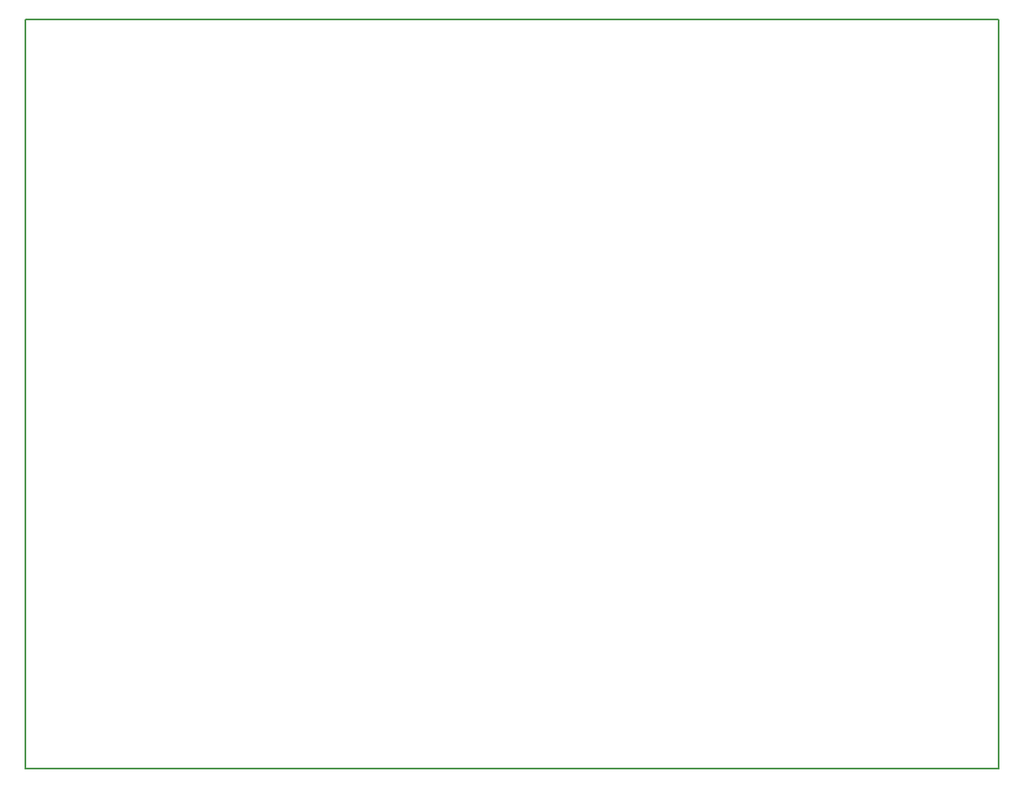
<source format=gbr>
%TF.GenerationSoftware,KiCad,Pcbnew,(5.1.6)-1*%
%TF.CreationDate,2020-12-18T22:44:25+08:00*%
%TF.ProjectId,_______,2c00e03e-2735-4ef2-9e6b-696361645f70,1.0.1*%
%TF.SameCoordinates,Original*%
%TF.FileFunction,Other,User*%
%FSLAX46Y46*%
G04 Gerber Fmt 4.6, Leading zero omitted, Abs format (unit mm)*
G04 Created by KiCad (PCBNEW (5.1.6)-1) date 2020-12-18 22:44:25*
%MOMM*%
%LPD*%
G01*
G04 APERTURE LIST*
%ADD10C,0.150000*%
G04 APERTURE END LIST*
D10*
X110500000Y-13000000D02*
X13000000Y-13000000D01*
X110500000Y-88000000D02*
X110500000Y-13000000D01*
X13000000Y-88000000D02*
X110500000Y-88000000D01*
X13000000Y-13000000D02*
X13000000Y-88000000D01*
M02*

</source>
